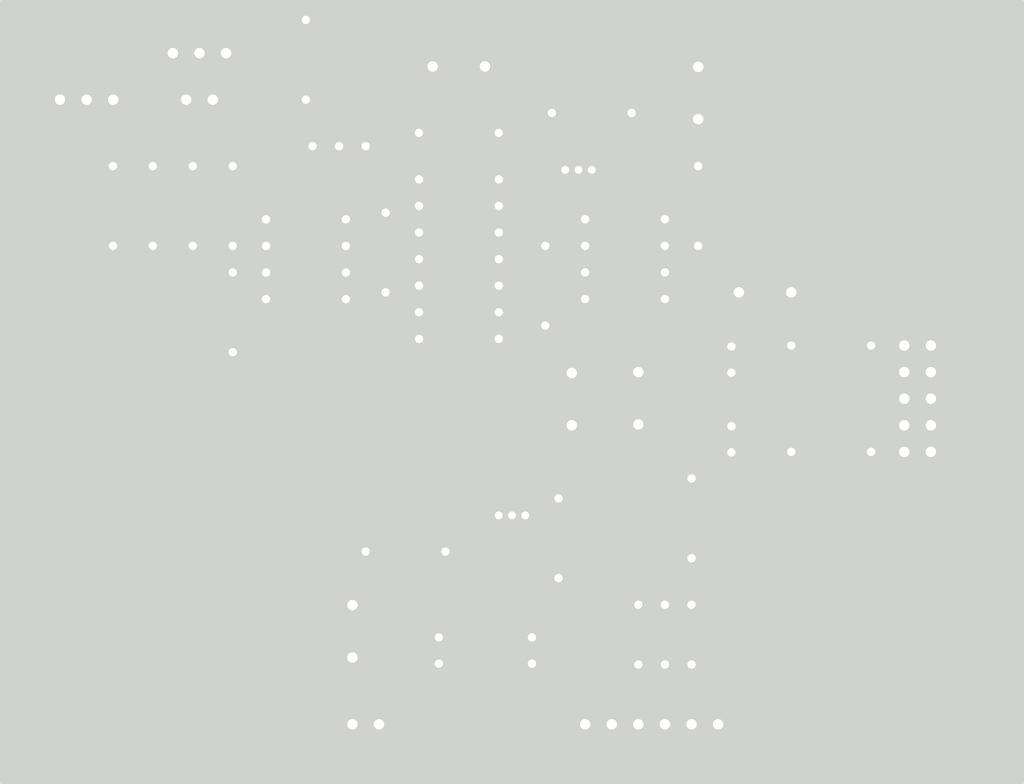
<source format=kicad_pcb>
(kicad_pcb (version 20211014) (generator pcbnew)
  (layers (0 "F.Cu" signal) (31 "B.Cu" signal) (34 "B.Paste" user) (35 "F.Paste" user) (36 "B.SilkS" user "B.Silkscreen") (37 "F.SilkS" user "F.Silkscreen") (38 "B.Mask" user) (39 "F.Mask" user) (44 "Edge.Cuts" user))
  (net 0 "")
  (net 1 "Net-(Q1-Pad1)")
  (net 2 "Net-(Q1-Pad2)")
  (net 3 "/GND")
  (net 4 "Net-(Q2-Pad2)")
  (net 5 "/+12V")
  (net 6 "Net-(C2-Pad1)")
  (net 8 "Net-(C4-Pad2)")
  (net 9 "Net-(C1-Pad2)")
  (net 10 "Net-(R5-Pad1)")
  (net 11 "Net-(C10-Pad1)")
  (net 12 "Net-(R11-Pad1)")
  (net 13 "Net-(R7-Pad1)")
  (net 14 "Net-(R8-Pad1)")
  (net 15 "/-12V")
  (net 16 "Net-(R11-Pad2)")
  (net 17 "Net-(R12-Pad2)")
  (net 18 "Net-(R13-Pad1)")
  (net 19 "Net-(R14-Pad2)")
  (net 20 "Net-(R15-Pad2)")
  (net 21 "Net-(C10-Pad2)")
  (net 25 "Net-(C1-Pad1)")
  (net 26 "Net-(C3-Pad1)")
  (net 27 "Net-(J3-Pad2)")
  (net 28 "Net-(RV1-Pad2)")
  (net 29 "Net-(RV2-Pad2)")
  (net 30 "Net-(R9-Pad2)")
  (net 31 "Net-(R10-Pad2)")
  (net 32 "Net-(SW1-Pad3)")
  (footprint "Connector_PinHeader_2.54mm:PinHeader_1x02_P2.54mm_Vertical" (layer "F.Cu") (at 104.775 143.51 -90)
    (fp_text reference "J2" (at 0 -2.33 90) (layer "F.SilkS"))
    (fp_text value "Sync")
    (pad "1" thru_hole rect (at 0 0 270) (size 1.7 1.7) (drill 1) (layers *.Cu *.Mask) (net 3 "/GND"))
    (pad "2" thru_hole oval (at 0 2.54 270) (size 1.7 1.7) (drill 1) (layers *.Cu *.Mask) (net 25 "Net-(C1-Pad1)"))
  )
  (footprint "Connector_PinHeader_2.54mm:PinHeader_1x02_P2.54mm_Vertical" (layer "F.Cu") (at 86.355 83.82 90)
    (fp_text reference "J3" (at 0 -2.33 90) (layer "F.SilkS"))
    (fp_text value "CV in")
    (pad "1" thru_hole rect (at 0 0 90) (size 1.7 1.7) (drill 1) (layers *.Cu *.Mask) (net 3 "/GND"))
    (pad "2" thru_hole oval (at 0 2.54 90) (size 1.7 1.7) (drill 1) (layers *.Cu *.Mask) (net 27 "Net-(J3-Pad2)"))
  )
  (footprint "Resistor_THT:R_Axial_DIN0207_L6.3mm_D2.5mm_P7.62mm_Horizontal" (layer "F.Cu") (at 121.92 121.92 -90)
    (fp_text reference "R2" (at 3.81 -2.37 90) (layer "F.SilkS"))
    (fp_text value "100k")
    (pad "1" thru_hole circle (at 0 0 270) (size 1.6 1.6) (drill 0.8) (layers *.Cu *.Mask) (net 3 "/GND"))
    (pad "2" thru_hole oval (at 7.62 0 270) (size 1.6 1.6) (drill 0.8) (layers *.Cu *.Mask) (net 2 "Net-(Q1-Pad2)"))
  )
  (footprint "Resistor_THT:R_Axial_DIN0207_L6.3mm_D2.5mm_P7.62mm_Horizontal" (layer "F.Cu") (at 144.145 117.475)
    (fp_text reference "R10" (at 3.81 -2.37) (layer "F.SilkS"))
    (fp_text value "10R")
    (pad "1" thru_hole circle (at 0 0) (size 1.6 1.6) (drill 0.8) (layers *.Cu *.Mask) (net 15 "/-12V"))
    (pad "2" thru_hole oval (at 7.62 0) (size 1.6 1.6) (drill 0.8) (layers *.Cu *.Mask) (net 31 "Net-(R10-Pad2)"))
  )
  (footprint "Connector_PinHeader_2.54mm:PinHeader_1x03_P2.54mm_Vertical" (layer "F.Cu") (at 85.09 79.375 90)
    (fp_text reference "RV4" (at 0 -2.33 90) (layer "F.SilkS"))
    (fp_text value "10k")
    (pad "1" thru_hole rect (at 0 0 90) (size 1.7 1.7) (drill 1) (layers *.Cu *.Mask) (net 3 "/GND"))
    (pad "2" thru_hole oval (at 0 2.54 90) (size 1.7 1.7) (drill 1) (layers *.Cu *.Mask) (net 16 "Net-(R11-Pad2)"))
    (pad "3" thru_hole oval (at 0 5.08 90) (size 1.7 1.7) (drill 1) (layers *.Cu *.Mask) (net 20 "Net-(R15-Pad2)"))
  )
  (footprint "Capacitor_THT:C_Disc_D10.5mm_W5.0mm_P5.00mm" (layer "F.Cu") (at 144.145 102.235 180)
    (fp_text reference "C4" (at 2.5 -3.75) (layer "F.SilkS"))
    (fp_text value "10n")
    (pad "1" thru_hole circle (at 0 0 180) (size 2 2) (drill 1) (layers *.Cu *.Mask) (net 3 "/GND"))
    (pad "2" thru_hole circle (at 5 0 180) (size 2 2) (drill 1) (layers *.Cu *.Mask) (net 8 "Net-(C4-Pad2)"))
  )
  (footprint "Connector_PinHeader_2.54mm:PinHeader_1x03_P2.54mm_Vertical" (layer "F.Cu") (at 74.31 83.82 90)
    (fp_text reference "RV5" (at 0 -2.33 90) (layer "F.SilkS"))
    (fp_text value "47k")
    (pad "1" thru_hole rect (at 0 0 90) (size 1.7 1.7) (drill 1) (layers *.Cu *.Mask) (net 3 "/GND"))
    (pad "2" thru_hole oval (at 0 2.54 90) (size 1.7 1.7) (drill 1) (layers *.Cu *.Mask) (net 19 "Net-(R14-Pad2)"))
    (pad "3" thru_hole oval (at 0 5.08 90) (size 1.7 1.7) (drill 1) (layers *.Cu *.Mask) (net 27 "Net-(J3-Pad2)"))
  )
  (footprint "Resistor_THT:R_Axial_DIN0207_L6.3mm_D2.5mm_P7.62mm_Horizontal" (layer "F.Cu") (at 97.79 83.82 90)
    (fp_text reference "R15" (at 3.81 -2.37 90) (layer "F.SilkS"))
    (fp_text value "12k")
    (pad "1" thru_hole circle (at 0 0 90) (size 1.6 1.6) (drill 0.8) (layers *.Cu *.Mask) (net 5 "/+12V"))
    (pad "2" thru_hole oval (at 7.62 0 90) (size 1.6 1.6) (drill 0.8) (layers *.Cu *.Mask) (net 20 "Net-(R15-Pad2)"))
  )
  (footprint "Capacitor_THT:C_Disc_D10.5mm_W5.0mm_P5.00mm" (layer "F.Cu") (at 135.255 85.685 90)
    (fp_text reference "C2" (at 2.5 -3.75 90) (layer "F.SilkS"))
    (fp_text value "47n")
    (pad "1" thru_hole circle (at 0 0 90) (size 2 2) (drill 1) (layers *.Cu *.Mask) (net 6 "Net-(C2-Pad1)"))
    (pad "2" thru_hole circle (at 5 0 90) (size 2 2) (drill 1) (layers *.Cu *.Mask) (net 3 "/GND"))
  )
  (footprint "Capacitor_THT:CP_Radial_D6.3mm_P2.50mm" (layer "F.Cu") (at 119.38 137.70738 90)
    (fp_text reference "C7" (at 1.25 -4.4 90) (layer "F.SilkS"))
    (fp_text value "10u/35V")
    (pad "1" thru_hole rect (at 0 0 90) (size 1.6 1.6) (drill 0.8) (layers *.Cu *.Mask) (net 32 "Net-(SW1-Pad3)"))
    (pad "2" thru_hole circle (at 2.5 0 90) (size 1.6 1.6) (drill 0.8) (layers *.Cu *.Mask) (net 3 "/GND"))
  )
  (footprint "Package_DIP:DIP-14_W7.62mm" (layer "F.Cu") (at 108.595 91.435)
    (fp_text reference "U1" (at 3.81 -2.33) (layer "F.SilkS"))
    (fp_text value "TL074")
    (pad "1" thru_hole rect (at 0 0) (size 1.6 1.6) (drill 0.8) (layers *.Cu *.Mask) (net 21 "Net-(C10-Pad2)"))
    (pad "2" thru_hole oval (at 0 2.54) (size 1.6 1.6) (drill 0.8) (layers *.Cu *.Mask) (net 11 "Net-(C10-Pad1)"))
    (pad "3" thru_hole oval (at 0 5.08) (size 1.6 1.6) (drill 0.8) (layers *.Cu *.Mask) (net 3 "/GND"))
    (pad "4" thru_hole oval (at 0 7.62) (size 1.6 1.6) (drill 0.8) (layers *.Cu *.Mask) (net 5 "/+12V"))
    (pad "5" thru_hole oval (at 0 10.16) (size 1.6 1.6) (drill 0.8) (layers *.Cu *.Mask) (net 1 "Net-(Q1-Pad1)"))
    (pad "6" thru_hole oval (at 0 12.7) (size 1.6 1.6) (drill 0.8) (layers *.Cu *.Mask) (net 10 "Net-(R5-Pad1)"))
    (pad "7" thru_hole oval (at 0 15.24) (size 1.6 1.6) (drill 0.8) (layers *.Cu *.Mask) (net 10 "Net-(R5-Pad1)"))
    (pad "8" thru_hole oval (at 7.62 15.24) (size 1.6 1.6) (drill 0.8) (layers *.Cu *.Mask))
    (pad "9" thru_hole oval (at 7.62 12.7) (size 1.6 1.6) (drill 0.8) (layers *.Cu *.Mask))
    (pad "10" thru_hole oval (at 7.62 10.16) (size 1.6 1.6) (drill 0.8) (layers *.Cu *.Mask))
    (pad "11" thru_hole oval (at 7.62 7.62) (size 1.6 1.6) (drill 0.8) (layers *.Cu *.Mask) (net 15 "/-12V"))
    (pad "12" thru_hole oval (at 7.62 5.08) (size 1.6 1.6) (drill 0.8) (layers *.Cu *.Mask))
    (pad "13" thru_hole oval (at 7.62 2.54) (size 1.6 1.6) (drill 0.8) (layers *.Cu *.Mask))
    (pad "14" thru_hole oval (at 7.62 0) (size 1.6 1.6) (drill 0.8) (layers *.Cu *.Mask))
  )
  (footprint "Package_TO_SOT_THT:TO-92_Inline" (layer "F.Cu") (at 122.555 90.53)
    (fp_text reference "Q2" (at 1.27 -3.56) (layer "F.SilkS"))
    (fp_text value "BC557B")
    (pad "1" thru_hole rect (at 0 0) (size 1.05 1.5) (drill 0.75) (layers *.Cu *.Mask) (net 1 "Net-(Q1-Pad1)"))
    (pad "2" thru_hole oval (at 1.27 0) (size 1.05 1.5) (drill 0.75) (layers *.Cu *.Mask) (net 4 "Net-(Q2-Pad2)"))
    (pad "3" thru_hole oval (at 2.54 0) (size 1.05 1.5) (drill 0.75) (layers *.Cu *.Mask) (net 5 "/+12V"))
  )
  (footprint "Resistor_THT:R_Axial_DIN0207_L6.3mm_D2.5mm_P7.62mm_Horizontal" (layer "F.Cu") (at 135.255 97.79 90)
    (fp_text reference "R3" (at 3.81 -2.37 90) (layer "F.SilkS"))
    (fp_text value "1k")
    (pad "1" thru_hole circle (at 0 0 90) (size 1.6 1.6) (drill 0.8) (layers *.Cu *.Mask) (net 1 "Net-(Q1-Pad1)"))
    (pad "2" thru_hole oval (at 7.62 0 90) (size 1.6 1.6) (drill 0.8) (layers *.Cu *.Mask) (net 6 "Net-(C2-Pad1)"))
  )
  (footprint "Capacitor_THT:CP_Radial_D6.3mm_P2.50mm" (layer "F.Cu") (at 138.43 115.022621 -90)
    (fp_text reference "C9" (at 1.25 -4.4 90) (layer "F.SilkS"))
    (fp_text value "22u")
    (pad "1" thru_hole rect (at 0 0 270) (size 1.6 1.6) (drill 0.8) (layers *.Cu *.Mask) (net 3 "/GND"))
    (pad "2" thru_hole circle (at 2.5 0 270) (size 1.6 1.6) (drill 0.8) (layers *.Cu *.Mask) (net 15 "/-12V"))
  )
  (footprint "Resistor_THT:R_Axial_DIN0207_L6.3mm_D2.5mm_P7.62mm_Horizontal" (layer "F.Cu") (at 90.805 90.17 -90)
    (fp_text reference "R13" (at 3.81 -2.37 90) (layer "F.SilkS"))
    (fp_text value "100k")
    (pad "1" thru_hole circle (at 0 0 270) (size 1.6 1.6) (drill 0.8) (layers *.Cu *.Mask) (net 18 "Net-(R13-Pad1)"))
    (pad "2" thru_hole oval (at 7.62 0 270) (size 1.6 1.6) (drill 0.8) (layers *.Cu *.Mask) (net 12 "Net-(R11-Pad1)"))
  )
  (footprint "Connector_PinHeader_2.54mm:PinHeader_2x05_P2.54mm_Vertical" (layer "F.Cu") (at 154.935 107.315)
    (fp_text reference "J1" (at 1.27 -2.33) (layer "F.SilkS"))
    (fp_text value "Conn_02x05_Top_Bottom")
    (pad "1" thru_hole rect (at 0 0) (size 1.7 1.7) (drill 1) (layers *.Cu *.Mask) (net 30 "Net-(R9-Pad2)"))
    (pad "2" thru_hole oval (at 2.54 0) (size 1.7 1.7) (drill 1) (layers *.Cu *.Mask) (net 30 "Net-(R9-Pad2)"))
    (pad "3" thru_hole oval (at 0 2.54) (size 1.7 1.7) (drill 1) (layers *.Cu *.Mask) (net 3 "/GND"))
    (pad "4" thru_hole oval (at 2.54 2.54) (size 1.7 1.7) (drill 1) (layers *.Cu *.Mask) (net 3 "/GND"))
    (pad "5" thru_hole oval (at 0 5.08) (size 1.7 1.7) (drill 1) (layers *.Cu *.Mask) (net 3 "/GND"))
    (pad "6" thru_hole oval (at 2.54 5.08) (size 1.7 1.7) (drill 1) (layers *.Cu *.Mask) (net 3 "/GND"))
    (pad "7" thru_hole oval (at 0 7.62) (size 1.7 1.7) (drill 1) (layers *.Cu *.Mask) (net 3 "/GND"))
    (pad "8" thru_hole oval (at 2.54 7.62) (size 1.7 1.7) (drill 1) (layers *.Cu *.Mask) (net 3 "/GND"))
    (pad "9" thru_hole oval (at 0 10.16) (size 1.7 1.7) (drill 1) (layers *.Cu *.Mask) (net 31 "Net-(R10-Pad2)"))
    (pad "10" thru_hole oval (at 2.54 10.16) (size 1.7 1.7) (drill 1) (layers *.Cu *.Mask) (net 31 "Net-(R10-Pad2)"))
  )
  (footprint "Resistor_THT:R_Axial_DIN0207_L6.3mm_D2.5mm_P7.62mm_Horizontal" (layer "F.Cu") (at 105.41 102.235 90)
    (fp_text reference "R5" (at 3.81 -2.37 90) (layer "F.SilkS"))
    (fp_text value "100k")
    (pad "1" thru_hole circle (at 0 0 90) (size 1.6 1.6) (drill 0.8) (layers *.Cu *.Mask) (net 10 "Net-(R5-Pad1)"))
    (pad "2" thru_hole oval (at 7.62 0 90) (size 1.6 1.6) (drill 0.8) (layers *.Cu *.Mask) (net 11 "Net-(C10-Pad1)"))
  )
  (footprint "Resistor_THT:R_Axial_DIN0207_L6.3mm_D2.5mm_P7.62mm_Horizontal" (layer "F.Cu") (at 86.995 90.17 -90)
    (fp_text reference "R6" (at 3.81 -2.37 90) (layer "F.SilkS"))
    (fp_text value "100k")
    (pad "1" thru_hole circle (at 0 0 270) (size 1.6 1.6) (drill 0.8) (layers *.Cu *.Mask) (net 4 "Net-(Q2-Pad2)"))
    (pad "2" thru_hole oval (at 7.62 0 270) (size 1.6 1.6) (drill 0.8) (layers *.Cu *.Mask) (net 12 "Net-(R11-Pad1)"))
  )
  (footprint "Resistor_THT:R_Axial_DIN0207_L6.3mm_D2.5mm_P7.62mm_Horizontal" (layer "F.Cu") (at 79.375 97.79 90)
    (fp_text reference "R14" (at 3.81 -2.37 90) (layer "F.SilkS"))
    (fp_text value "100k")
    (pad "1" thru_hole circle (at 0 0 90) (size 1.6 1.6) (drill 0.8) (layers *.Cu *.Mask) (net 12 "Net-(R11-Pad1)"))
    (pad "2" thru_hole oval (at 7.62 0 90) (size 1.6 1.6) (drill 0.8) (layers *.Cu *.Mask) (net 19 "Net-(R14-Pad2)"))
  )
  (footprint "Potentiometer_THT:Potentiometer_Bourns_3386C_Horizontal" (layer "F.Cu") (at 129.54 137.795 90)
    (fp_text reference "RV2" (at 0 -3.475 90) (layer "F.SilkS"))
    (fp_text value "10k")
    (pad "1" thru_hole circle (at 0 0 90) (size 1.44 1.44) (drill 0.8) (layers *.Cu *.Mask) (net 3 "/GND"))
    (pad "2" thru_hole circle (at 0 2.54 90) (size 1.44 1.44) (drill 0.8) (layers *.Cu *.Mask) (net 29 "Net-(RV2-Pad2)"))
    (pad "3" thru_hole circle (at 0 5.08 90) (size 1.44 1.44) (drill 0.8) (layers *.Cu *.Mask) (net 14 "Net-(R8-Pad1)"))
  )
  (footprint "Resistor_THT:R_Axial_DIN0207_L6.3mm_D2.5mm_P7.62mm_Horizontal" (layer "F.Cu") (at 83.185 97.79 90)
    (fp_text reference "R11" (at 3.81 -2.37 90) (layer "F.SilkS"))
    (fp_text value "100k")
    (pad "1" thru_hole circle (at 0 0 90) (size 1.6 1.6) (drill 0.8) (layers *.Cu *.Mask) (net 12 "Net-(R11-Pad1)"))
    (pad "2" thru_hole oval (at 7.62 0 90) (size 1.6 1.6) (drill 0.8) (layers *.Cu *.Mask) (net 16 "Net-(R11-Pad2)"))
  )
  (footprint "Resistor_THT:R_Axial_DIN0207_L6.3mm_D2.5mm_P7.62mm_Horizontal" (layer "F.Cu") (at 134.62 127.635 90)
    (fp_text reference "R8" (at 3.81 -2.37 90) (layer "F.SilkS"))
    (fp_text value "2.7k")
    (pad "1" thru_hole circle (at 0 0 90) (size 1.6 1.6) (drill 0.8) (layers *.Cu *.Mask) (net 14 "Net-(R8-Pad1)"))
    (pad "2" thru_hole oval (at 7.62 0 90) (size 1.6 1.6) (drill 0.8) (layers *.Cu *.Mask) (net 15 "/-12V"))
  )
  (footprint "Resistor_THT:R_Axial_DIN0207_L6.3mm_D2.5mm_P7.62mm_Horizontal" (layer "F.Cu") (at 116.205 86.995 180)
    (fp_text reference "R16" (at 3.81 -2.37) (layer "F.SilkS"))
    (fp_text value "200k 1%")
    (pad "1" thru_hole circle (at 0 0 180) (size 1.6 1.6) (drill 0.8) (layers *.Cu *.Mask) (net 11 "Net-(C10-Pad1)"))
    (pad "2" thru_hole oval (at 7.62 0 180) (size 1.6 1.6) (drill 0.8) (layers *.Cu *.Mask) (net 21 "Net-(C10-Pad2)"))
  )
  (footprint "Capacitor_THT:CP_Radial_D6.3mm_P2.50mm" (layer "F.Cu") (at 110.49 137.70738 90)
    (fp_text reference "C3" (at 1.25 -4.4 90) (layer "F.SilkS"))
    (fp_text value "1u")
    (pad "1" thru_hole rect (at 0 0 90) (size 1.6 1.6) (drill 0.8) (layers *.Cu *.Mask) (net 26 "Net-(C3-Pad1)"))
    (pad "2" thru_hole circle (at 2.5 0 90) (size 1.6 1.6) (drill 0.8) (layers *.Cu *.Mask) (net 3 "/GND"))
  )
  (footprint "Potentiometer_THT:Potentiometer_Bourns_3386C_Horizontal" (layer "F.Cu") (at 129.54 132.08 90)
    (fp_text reference "RV1" (at 0 -3.475 90) (layer "F.SilkS"))
    (fp_text value "10k")
    (pad "1" thru_hole circle (at 0 0 90) (size 1.44 1.44) (drill 0.8) (layers *.Cu *.Mask) (net 3 "/GND"))
    (pad "2" thru_hole circle (at 0 2.54 90) (size 1.44 1.44) (drill 0.8) (layers *.Cu *.Mask) (net 28 "Net-(RV1-Pad2)"))
    (pad "3" thru_hole circle (at 0 5.08 90) (size 1.44 1.44) (drill 0.8) (layers *.Cu *.Mask) (net 14 "Net-(R8-Pad1)"))
  )
  (footprint "Resistor_THT:R_Axial_DIN0207_L6.3mm_D2.5mm_P7.62mm_Horizontal" (layer "F.Cu") (at 144.145 107.315)
    (fp_text reference "R9" (at 3.81 -2.37) (layer "F.SilkS"))
    (fp_text value "10R")
    (pad "1" thru_hole circle (at 0 0) (size 1.6 1.6) (drill 0.8) (layers *.Cu *.Mask) (net 5 "/+12V"))
    (pad "2" thru_hole oval (at 7.62 0) (size 1.6 1.6) (drill 0.8) (layers *.Cu *.Mask) (net 30 "Net-(R9-Pad2)"))
  )
  (footprint "Resistor_THT:R_Axial_DIN0207_L6.3mm_D2.5mm_P7.62mm_Horizontal" (layer "F.Cu") (at 128.905 85.09 180)
    (fp_text reference "R4" (at 3.81 -2.37) (layer "F.SilkS"))
    (fp_text value "820")
    (pad "1" thru_hole circle (at 0 0 180) (size 1.6 1.6) (drill 0.8) (layers *.Cu *.Mask) (net 5 "/+12V"))
    (pad "2" thru_hole oval (at 7.62 0 180) (size 1.6 1.6) (drill 0.8) (layers *.Cu *.Mask) (net 4 "Net-(Q2-Pad2)"))
  )
  (footprint "Resistor_THT:R_Axial_DIN0207_L6.3mm_D2.5mm_P7.62mm_Horizontal" (layer "F.Cu") (at 90.805 100.33 -90)
    (fp_text reference "R7" (at 3.81 -2.37 90) (layer "F.SilkS"))
    (fp_text value "8.2k")
    (pad "1" thru_hole circle (at 0 0 270) (size 1.6 1.6) (drill 0.8) (layers *.Cu *.Mask) (net 13 "Net-(R7-Pad1)"))
    (pad "2" thru_hole oval (at 7.62 0 270) (size 1.6 1.6) (drill 0.8) (layers *.Cu *.Mask) (net 3 "/GND"))
  )
  (footprint "Capacitor_THT:C_Disc_D10.5mm_W5.0mm_P5.00mm" (layer "F.Cu") (at 129.54 109.855 -90)
    (fp_text reference "C5" (at 2.5 -3.75 90) (layer "F.SilkS"))
    (fp_text value "100n")
    (pad "1" thru_hole circle (at 0 0 270) (size 2 2) (drill 1) (layers *.Cu *.Mask) (net 5 "/+12V"))
    (pad "2" thru_hole circle (at 5 0 270) (size 2 2) (drill 1) (layers *.Cu *.Mask) (net 3 "/GND"))
  )
  (footprint "Connector_PinHeader_2.54mm:PinHeader_1x06_P2.54mm_Vertical" (layer "F.Cu") (at 124.46 143.51 90)
    (fp_text reference "SW1" (at 0 -2.33 90) (layer "F.SilkS"))
    (fp_text value "SW_Push_DPDT")
    (pad "1" thru_hole rect (at 0 0 90) (size 1.7 1.7) (drill 1) (layers *.Cu *.Mask) (net 26 "Net-(C3-Pad1)"))
    (pad "2" thru_hole oval (at 0 2.54 90) (size 1.7 1.7) (drill 1) (layers *.Cu *.Mask) (net 1 "Net-(Q1-Pad1)"))
    (pad "3" thru_hole oval (at 0 5.08 90) (size 1.7 1.7) (drill 1) (layers *.Cu *.Mask) (net 32 "Net-(SW1-Pad3)"))
    (pad "4" thru_hole oval (at 0 7.62 90) (size 1.7 1.7) (drill 1) (layers *.Cu *.Mask) (net 28 "Net-(RV1-Pad2)"))
    (pad "5" thru_hole oval (at 0 10.16 90) (size 1.7 1.7) (drill 1) (layers *.Cu *.Mask) (net 17 "Net-(R12-Pad2)"))
    (pad "6" thru_hole oval (at 0 12.7 90) (size 1.7 1.7) (drill 1) (layers *.Cu *.Mask) (net 29 "Net-(RV2-Pad2)"))
  )
  (footprint "Package_DIP:DIP-8_W7.62mm" (layer "F.Cu") (at 124.46 95.25)
    (fp_text reference "U2" (at 3.81 -2.33) (layer "F.SilkS"))
    (fp_text value "ICM7555xP")
    (pad "1" thru_hole rect (at 0 0) (size 1.6 1.6) (drill 0.8) (layers *.Cu *.Mask) (net 3 "/GND"))
    (pad "2" thru_hole oval (at 0 2.54) (size 1.6 1.6) (drill 0.8) (layers *.Cu *.Mask) (net 6 "Net-(C2-Pad1)"))
    (pad "3" thru_hole oval (at 0 5.08) (size 1.6 1.6) (drill 0.8) (layers *.Cu *.Mask))
    (pad "4" thru_hole oval (at 0 7.62) (size 1.6 1.6) (drill 0.8) (layers *.Cu *.Mask) (net 5 "/+12V"))
    (pad "5" thru_hole oval (at 7.62 7.62) (size 1.6 1.6) (drill 0.8) (layers *.Cu *.Mask) (net 8 "Net-(C4-Pad2)"))
    (pad "6" thru_hole oval (at 7.62 5.08) (size 1.6 1.6) (drill 0.8) (layers *.Cu *.Mask) (net 1 "Net-(Q1-Pad1)"))
    (pad "7" thru_hole oval (at 7.62 2.54) (size 1.6 1.6) (drill 0.8) (layers *.Cu *.Mask) (net 1 "Net-(Q1-Pad1)"))
    (pad "8" thru_hole oval (at 7.62 0) (size 1.6 1.6) (drill 0.8) (layers *.Cu *.Mask) (net 5 "/+12V"))
  )
  (footprint "Resistor_THT:R_Axial_DIN0207_L6.3mm_D2.5mm_P7.62mm_Horizontal" (layer "F.Cu") (at 120.65 97.79 -90)
    (fp_text reference "R12" (at 3.81 -2.37 90) (layer "F.SilkS"))
    (fp_text value "100k")
    (pad "1" thru_hole circle (at 0 0 270) (size 1.6 1.6) (drill 0.8) (layers *.Cu *.Mask) (net 11 "Net-(C10-Pad1)"))
    (pad "2" thru_hole oval (at 7.62 0 270) (size 1.6 1.6) (drill 0.8) (layers *.Cu *.Mask) (net 17 "Net-(R12-Pad2)"))
  )
  (footprint "Potentiometer_THT:Potentiometer_Bourns_3386C_Horizontal" (layer "F.Cu") (at 98.425 88.265 90)
    (fp_text reference "RV3" (at 0 -3.475 90) (layer "F.SilkS"))
    (fp_text value "47k")
    (pad "1" thru_hole circle (at 0 0 90) (size 1.44 1.44) (drill 0.8) (layers *.Cu *.Mask) (net 5 "/+12V"))
    (pad "2" thru_hole circle (at 0 2.54 90) (size 1.44 1.44) (drill 0.8) (layers *.Cu *.Mask) (net 18 "Net-(R13-Pad1)"))
    (pad "3" thru_hole circle (at 0 5.08 90) (size 1.44 1.44) (drill 0.8) (layers *.Cu *.Mask) (net 3 "/GND"))
  )
  (footprint "Capacitor_THT:C_Disc_D10.5mm_W5.0mm_P5.00mm" (layer "F.Cu") (at 114.895 80.645 180)
    (fp_text reference "C10" (at 2.5 -3.75) (layer "F.SilkS"))
    (fp_text value "120p")
    (pad "1" thru_hole circle (at 0 0 180) (size 2 2) (drill 1) (layers *.Cu *.Mask) (net 11 "Net-(C10-Pad1)"))
    (pad "2" thru_hole circle (at 5 0 180) (size 2 2) (drill 1) (layers *.Cu *.Mask) (net 21 "Net-(C10-Pad2)"))
  )
  (footprint "Package_TO_SOT_THT:TO-92_Inline" (layer "F.Cu") (at 116.205 123.55)
    (fp_text reference "Q1" (at 1.27 -3.56) (layer "F.SilkS"))
    (fp_text value "BS170")
    (pad "1" thru_hole rect (at 0 0) (size 1.05 1.5) (drill 0.75) (layers *.Cu *.Mask) (net 1 "Net-(Q1-Pad1)"))
    (pad "2" thru_hole oval (at 1.27 0) (size 1.05 1.5) (drill 0.75) (layers *.Cu *.Mask) (net 2 "Net-(Q1-Pad2)"))
    (pad "3" thru_hole oval (at 2.54 0) (size 1.05 1.5) (drill 0.75) (layers *.Cu *.Mask) (net 3 "/GND"))
  )
  (footprint "Package_DIP:DIP-8_W7.62mm" (layer "F.Cu") (at 93.99 95.26)
    (fp_text reference "U3" (at 3.81 -2.33) (layer "F.SilkS"))
    (fp_text value "LM741")
    (pad "1" thru_hole rect (at 0 0) (size 1.6 1.6) (drill 0.8) (layers *.Cu *.Mask))
    (pad "2" thru_hole oval (at 0 2.54) (size 1.6 1.6) (drill 0.8) (layers *.Cu *.Mask) (net 12 "Net-(R11-Pad1)"))
    (pad "3" thru_hole oval (at 0 5.08) (size 1.6 1.6) (drill 0.8) (layers *.Cu *.Mask) (net 13 "Net-(R7-Pad1)"))
    (pad "4" thru_hole oval (at 0 7.62) (size 1.6 1.6) (drill 0.8) (layers *.Cu *.Mask) (net 15 "/-12V"))
    (pad "5" thru_hole oval (at 7.62 7.62) (size 1.6 1.6) (drill 0.8) (layers *.Cu *.Mask))
    (pad "6" thru_hole oval (at 7.62 5.08) (size 1.6 1.6) (drill 0.8) (layers *.Cu *.Mask) (net 4 "Net-(Q2-Pad2)"))
    (pad "7" thru_hole oval (at 7.62 2.54) (size 1.6 1.6) (drill 0.8) (layers *.Cu *.Mask) (net 5 "/+12V"))
    (pad "8" thru_hole oval (at 7.62 0) (size 1.6 1.6) (drill 0.8) (layers *.Cu *.Mask))
  )
  (footprint "Capacitor_THT:C_Disc_D10.5mm_W5.0mm_P5.00mm" (layer "F.Cu") (at 123.19 114.935 90)
    (fp_text reference "C6" (at 2.5 -3.75 90) (layer "F.SilkS"))
    (fp_text value "100n")
    (pad "1" thru_hole circle (at 0 0 90) (size 2 2) (drill 1) (layers *.Cu *.Mask) (net 15 "/-12V"))
    (pad "2" thru_hole circle (at 5 0 90) (size 2 2) (drill 1) (layers *.Cu *.Mask) (net 5 "/+12V"))
  )
  (footprint "Resistor_THT:R_Axial_DIN0207_L6.3mm_D2.5mm_P7.62mm_Horizontal" (layer "F.Cu") (at 103.505 127)
    (fp_text reference "R1" (at 3.81 -2.37) (layer "F.SilkS"))
    (fp_text value "10k")
    (pad "1" thru_hole circle (at 0 0) (size 1.6 1.6) (drill 0.8) (layers *.Cu *.Mask) (net 9 "Net-(C1-Pad2)"))
    (pad "2" thru_hole oval (at 7.62 0) (size 1.6 1.6) (drill 0.8) (layers *.Cu *.Mask) (net 2 "Net-(Q1-Pad2)"))
  )
  (footprint "Capacitor_THT:C_Disc_D10.5mm_W5.0mm_P5.00mm" (layer "F.Cu") (at 102.235 137.12 90)
    (fp_text reference "C1" (at 2.5 -3.75 90) (layer "F.SilkS"))
    (fp_text value "10n")
    (pad "1" thru_hole circle (at 0 0 90) (size 2 2) (drill 1) (layers *.Cu *.Mask) (net 25 "Net-(C1-Pad1)"))
    (pad "2" thru_hole circle (at 5 0 90) (size 2 2) (drill 1) (layers *.Cu *.Mask) (net 9 "Net-(C1-Pad2)"))
  )
  (footprint "Capacitor_THT:CP_Radial_D6.3mm_P2.50mm" (layer "F.Cu") (at 138.43 107.40262 -90)
    (fp_text reference "C8" (at 1.25 -4.4 90) (layer "F.SilkS"))
    (fp_text value "22u")
    (pad "1" thru_hole rect (at 0 0 270) (size 1.6 1.6) (drill 0.8) (layers *.Cu *.Mask) (net 5 "/+12V"))
    (pad "2" thru_hole circle (at 2.5 0 270) (size 1.6 1.6) (drill 0.8) (layers *.Cu *.Mask) (net 3 "/GND"))
  )
  (segment (start 90.17 86.36) (end 99.695 76.835) (width 0.25) (layer "F.Cu") (net 1))
  (segment (start 138.43 85.725) (end 138.43 90.805) (width 0.25) (layer "F.Cu") (net 1))
  (segment (start 125.825 142.335) (end 121.759018 142.335) (width 0.25) (layer "F.Cu") (net 1))
  (segment (start 105.856399 104.333601) (end 100.523601 104.333601) (width 0.25) (layer "F.Cu") (net 1))
  (segment (start 78.105 93.659009) (end 85.404009 86.36) (width 0.25) (layer "F.Cu") (net 1))
  (segment (start 104.944999 100.795001) (end 102.87 102.87) (width 0.25) (layer "F.Cu") (net 1))
  (segment (start 132.08 97.79) (end 132.08 100.33) (width 0.25) (layer "F.Cu") (net 1))
  (segment (start 138.43 90.805) (end 135.255 93.98) (width 0.25) (layer "F.Cu") (net 1))
  (segment (start 99.695 76.835) (end 124.46 76.835) (width 0.25) (layer "F.Cu") (net 1))
  (segment (start 101.74739 104.333601) (end 100.523601 104.333601) (width 0.25) (layer "F.Cu") (net 1))
  (segment (start 122.555 78.74) (end 124.46 76.835) (width 0.25) (layer "F.Cu") (net 1))
  (segment (start 136.525 83.82) (end 138.43 85.725) (width 0.25) (layer "F.Cu") (net 1))
  (segment (start 106.0475 126.623482) (end 106.0475 123.1875) (width 0.25) (layer "F.Cu") (net 1))
  (segment (start 84.32761 104.333601) (end 78.105 98.110991) (width 0.25) (layer "F.Cu") (net 1))
  (segment (start 100.523601 104.333601) (end 84.32761 104.333601) (width 0.25) (layer "F.Cu") (net 1))
  (segment (start 108.595 101.595) (end 107.795001 100.795001) (width 0.25) (layer "F.Cu") (net 1))
  (segment (start 102.87 103.210991) (end 101.74739 104.333601) (width 0.25) (layer "F.Cu") (net 1))
  (segment (start 124.46 76.835) (end 131.445 83.82) (width 0.25) (layer "F.Cu") (net 1))
  (segment (start 109.120982 123.55) (end 106.41 123.55) (width 0.25) (layer "F.Cu") (net 1))
  (segment (start 116.205 123.55) (end 109.120982 123.55) (width 0.25) (layer "F.Cu") (net 1))
  (segment (start 121.759018 142.335) (end 106.0475 126.623482) (width 0.25) (layer "F.Cu") (net 1))
  (segment (start 107.795001 100.795001) (end 104.944999 100.795001) (width 0.25) (layer "F.Cu") (net 1))
  (segment (start 85.404009 86.36) (end 90.17 86.36) (width 0.25) (layer "F.Cu") (net 1))
  (segment (start 106.0475 123.1875) (end 106.0475 104.524702) (width 0.25) (layer "F.Cu") (net 1))
  (segment (start 132.08 97.79) (end 135.255 97.79) (width 0.25) (layer "F.Cu") (net 1))
  (segment (start 78.105 98.110991) (end 78.105 93.659009) (width 0.25) (layer "F.Cu") (net 1))
  (segment (start 135.255 93.98) (end 135.255 97.79) (width 0.25) (layer "F.Cu") (net 1))
  (segment (start 106.0475 104.524702) (end 105.856399 104.333601) (width 0.25) (layer "F.Cu") (net 1))
  (segment (start 106.41 123.55) (end 106.0475 123.1875) (width 0.25) (layer "F.Cu") (net 1))
  (segment (start 131.445 83.82) (end 136.525 83.82) (width 0.25) (layer "F.Cu") (net 1))
  (segment (start 127 143.51) (end 125.825 142.335) (width 0.25) (layer "F.Cu") (net 1))
  (segment (start 102.87 102.87) (end 102.87 103.210991) (width 0.25) (layer "F.Cu") (net 1))
  (segment (start 122.555 90.53) (end 122.555 78.74) (width 0.25) (layer "F.Cu") (net 1))
  (segment (start 114.935 127) (end 117.475 129.54) (width 0.25) (layer "F.Cu") (net 2))
  (segment (start 117.475 124.46) (end 114.935 127) (width 0.25) (layer "F.Cu") (net 2))
  (segment (start 114.935 127) (end 111.125 127) (width 0.25) (layer "F.Cu") (net 2))
  (segment (start 117.475 129.54) (end 121.92 129.54) (width 0.25) (layer "F.Cu") (net 2))
  (segment (start 117.475 123.55) (end 117.475 124.46) (width 0.25) (layer "F.Cu") (net 2))
  (segment (start 157.475 112.395) (end 154.935 112.395) (width 0.25) (layer "F.Cu") (net 3))
  (segment (start 138.43 115.022621) (end 138.43 112.395) (width 0.25) (layer "F.Cu") (net 3))
  (segment (start 154.935 114.935) (end 154.935 112.395) (width 0.25) (layer "F.Cu") (net 3))
  (segment (start 138.43 112.395) (end 138.43 109.90262) (width 0.25) (layer "F.Cu") (net 3))
  (segment (start 154.935 112.395) (end 138.43 112.395) (width 0.25) (layer "F.Cu") (net 3))
  (segment (start 157.475 114.935) (end 157.475 112.395) (width 0.25) (layer "F.Cu") (net 3))
  (segment (start 157.475 109.855) (end 157.475 112.395) (width 0.25) (layer "F.Cu") (net 3))
  (segment (start 154.935 109.855) (end 154.935 112.395) (width 0.25) (layer "F.Cu") (net 3))
  (segment (start 123.825 91.185) (end 122.935 92.075) (width 0.25) (layer "F.Cu") (net 4))
  (segment (start 121.285 91.44) (end 121.285 85.09) (width 0.25) (layer "F.Cu") (net 4))
  (segment (start 122.935 92.075) (end 121.92 92.075) (width 0.25) (layer "F.Cu") (net 4))
  (segment (start 98.48 79.32) (end 90.17 87.63) (width 0.25) (layer "F.Cu") (net 4))
  (segment (start 90.17 87.63) (end 89.535 87.63) (width 0.25) (layer "F.Cu") (net 4))
  (segment (start 101.61 100.34) (end 92.893601 91.623601) (width 0.25) (layer "F.Cu") (net 4))
  (segment (start 121.92 92.075) (end 121.285 91.44) (width 0.25) (layer "F.Cu") (net 4))
  (segment (start 123.825 90.53) (end 123.825 91.185) (width 0.25) (layer "F.Cu") (net 4))
  (segment (start 115.515 79.32) (end 98.48 79.32) (width 0.25) (layer "F.Cu") (net 4))
  (segment (start 88.448601 91.623601) (end 86.995 90.17) (width 0.25) (layer "F.Cu") (net 4))
  (segment (start 89.535 87.63) (end 86.995 90.17) (width 0.25) (layer "F.Cu") (net 4))
  (segment (start 92.893601 91.623601) (end 88.448601 91.623601) (width 0.25) (layer "F.Cu") (net 4))
  (segment (start 121.285 85.09) (end 115.515 79.32) (width 0.25) (layer "F.Cu") (net 4))
  (segment (start 125.095 90.53) (end 125.095 88.9) (width 0.25) (layer "F.Cu") (net 5))
  (segment (start 98.92137 83.82) (end 102.235 87.13363) (width 0.25) (layer "F.Cu") (net 5))
  (segment (start 125.095 90.53) (end 125.095 90.755) (width 0.25) (layer "F.Cu") (net 5))
  (segment (start 98.425 94.615) (end 101.61 97.8) (width 0.25) (layer "F.Cu") (net 5))
  (segment (start 107.34 97.8) (end 108.595 99.055) (width 0.25) (layer "F.Cu") (net 5))
  (segment (start 123.19 109.935) (end 123.19 104.14) (width 0.25) (layer "F.Cu") (net 5))
  (segment (start 98.425 88.265) (end 98.425 94.615) (width 0.25) (layer "F.Cu") (net 5))
  (segment (start 138.51762 107.315) (end 138.43 107.40262) (width 0.25) (layer "F.Cu") (net 5))
  (segment (start 121.92 102.87) (end 124.46 102.87) (width 0.25) (layer "F.Cu") (net 5))
  (segment (start 97.79 83.82) (end 98.92137 83.82) (width 0.25) (layer "F.Cu") (net 5))
  (segment (start 121.92 102.87) (end 126.45262 107.40262) (width 0.25) (layer "F.Cu") (net 5))
  (segment (start 102.235 90.805) (end 98.425 94.615) (width 0.25) (layer "F.Cu") (net 5))
  (segment (start 125.095 90.755) (end 121.92 93.93) (width 0.25) (layer "F.Cu") (net 5))
  (segment (start 108.595 99.055) (end 109.86 97.79) (width 0.25) (layer "F.Cu") (net 5))
  (segment (start 127.08762 107.40262) (end 126.45262 107.40262) (width 0.25) (layer "F.Cu") (net 5))
  (segment (start 134.364018 107.40262) (end 138.43 107.40262) (width 0.25) (layer "F.Cu") (net 5))
  (segment (start 125.095 88.9) (end 128.905 85.09) (width 0.25) (layer "F.Cu") (net 5))
  (segment (start 121.92 93.93) (end 121.92 102.87) (width 0.25) (layer "F.Cu") (net 5))
  (segment (start 116.84 97.79) (end 121.92 102.87) (width 0.25) (layer "F.Cu") (net 5))
  (segment (start 109.86 97.79) (end 116.84 97.79) (width 0.25) (layer "F.Cu") (net 5))
  (segment (start 102.235 87.13363) (end 102.235 90.805) (width 0.25) (layer "F.Cu") (net 5))
  (segment (start 123.19 104.14) (end 121.92 102.87) (width 0.25) (layer "F.Cu") (net 5))
  (segment (start 101.61 97.8) (end 107.34 97.8) (width 0.25) (layer "F.Cu") (net 5))
  (segment (start 126.45262 107.40262) (end 134.364018 107.40262) (width 0.25) (layer "F.Cu") (net 5))
  (segment (start 144.145 107.315) (end 138.51762 107.315) (width 0.25) (layer "F.Cu") (net 5))
  (segment (start 129.54 109.855) (end 127.08762 107.40262) (width 0.25) (layer "F.Cu") (net 5))
  (segment (start 132.08 95.25) (end 124.46 102.87) (width 0.25) (layer "F.Cu") (net 5))
  (segment (start 132.08 90.17) (end 124.46 97.79) (width 0.25) (layer "F.Cu") (net 6))
  (segment (start 135.255 85.685) (end 135.255 90.17) (width 0.25) (layer "F.Cu") (net 6))
  (segment (start 135.255 90.17) (end 132.08 90.17) (width 0.25) (layer "F.Cu") (net 6))
  (segment (start 132.08 102.87) (end 138.51 102.87) (width 0.25) (layer "F.Cu") (net 8))
  (segment (start 138.51 102.87) (end 139.145 102.235) (width 0.25) (layer "F.Cu") (net 8))
  (segment (start 102.235 128.27) (end 103.505 127) (width 0.25) (layer "F.Cu") (net 9))
  (segment (start 102.235 132.12) (end 102.235 128.27) (width 0.25) (layer "F.Cu") (net 9))
  (segment (start 108.595 104.135) (end 107.31 104.135) (width 0.25) (layer "F.Cu") (net 10))
  (segment (start 108.595 104.135) (end 108.595 106.675) (width 0.25) (layer "F.Cu") (net 10))
  (segment (start 107.31 104.135) (end 105.41 102.235) (width 0.25) (layer "F.Cu") (net 10))
  (segment (start 109.225 93.975) (end 108.595 93.975) (width 0.25) (layer "F.Cu") (net 11))
  (segment (start 107.955 94.615) (end 108.595 93.975) (width 0.25) (layer "F.Cu") (net 11))
  (segment (start 116.205 86.995) (end 116.205 81.955) (width 0.25) (layer "F.Cu") (net 11))
  (segment (start 105.41 94.615) (end 107.955 94.615) (width 0.25) (layer "F.Cu") (net 11))
  (segment (start 116.205 86.995) (end 109.225 93.975) (width 0.25) (layer "F.Cu") (net 11))
  (segment (start 120.65 97.79) (end 120.65 91.44) (width 0.25) (layer "F.Cu") (net 11))
  (segment (start 116.205 81.955) (end 114.895 80.645) (width 0.25) (layer "F.Cu") (net 11))
  (segment (start 120.65 91.44) (end 116.205 86.995) (width 0.25) (layer "F.Cu") (net 11))
  (segment (start 79.385 97.8) (end 79.375 97.79) (width 0.25) (layer "F.Cu") (net 12))
  (segment (start 90.815 97.8) (end 90.805 97.79) (width 0.25) (layer "F.Cu") (net 12))
  (segment (start 93.99 97.8) (end 79.385 97.8) (width 0.25) (layer "F.Cu") (net 12))
  (segment (start 90.815 100.34) (end 90.805 100.33) (width 0.25) (layer "F.Cu") (net 13))
  (segment (start 93.99 100.34) (end 90.815 100.34) (width 0.25) (layer "F.Cu") (net 13))
  (segment (start 134.62 127.635) (end 134.62 137.795) (width 0.25) (layer "F.Cu") (net 14))
  (segment (start 95.115 101.755) (end 93.99 102.88) (width 0.25) (layer "F.Cu") (net 15))
  (segment (start 138.43 117.522621) (end 134.667621 117.522621) (width 0.25) (layer "F.Cu") (net 15))
  (segment (start 123.19 114.935) (end 121.865 113.61) (width 0.25) (layer "F.Cu") (net 15))
  (segment (start 134.62 120.015) (end 134.62 117.49) (width 0.25) (layer "F.Cu") (net 15))
  (segment (start 138.477621 117.475) (end 138.43 117.522621) (width 0.25) (layer "F.Cu") (net 15))
  (segment (start 115.09 100.18) (end 113.815 100.18) (width 0.25) (layer "F.Cu") (net 15))
  (segment (start 134.62 117.475) (end 125.73 117.475) (width 0.25) (layer "F.Cu") (net 15))
  (segment (start 104.29 100.18) (end 102.715 101.755) (width 0.25) (layer "F.Cu") (net 15))
  (segment (start 102.715 101.755) (end 95.115 101.755) (width 0.25) (layer "F.Cu") (net 15))
  (segment (start 121.865 104.8536) (end 117.1914 100.18) (width 0.25) (layer "F.Cu") (net 15))
  (segment (start 125.73 117.475) (end 123.19 114.935) (width 0.25) (layer "F.Cu") (net 15))
  (segment (start 121.865 113.61) (end 121.865 104.8536) (width 0.25) (layer "F.Cu") (net 15))
  (segment (start 134.667621 117.522621) (end 134.62 117.475) (width 0.25) (layer "F.Cu") (net 15))
  (segment (start 113.815 100.18) (end 104.29 100.18) (width 0.25) (layer "F.Cu") (net 15))
  (segment (start 117.1914 100.18) (end 115.09 100.18) (width 0.25) (layer "F.Cu") (net 15))
  (segment (start 144.145 117.475) (end 138.477621 117.475) (width 0.25) (layer "F.Cu") (net 15))
  (segment (start 131.702158 125.320991) (end 138.335 125.320991) (width 0.25) (layer "F.Cu") (net 17))
  (segment (start 138.335 144.24) (end 137.89 144.685) (width 0.25) (layer "F.Cu") (net 17))
  (segment (start 120.65 114.268833) (end 131.702158 125.320991) (width 0.25) (layer "F.Cu") (net 17))
  (segment (start 138.335 125.320991) (end 138.335 144.24) (width 0.25) (layer "F.Cu") (net 17))
  (segment (start 137.89 144.685) (end 135.795 144.685) (width 0.25) (layer "F.Cu") (net 17))
  (segment (start 120.65 105.41) (end 120.65 114.268833) (width 0.25) (layer "F.Cu") (net 17))
  (segment (start 135.795 144.685) (end 134.62 143.51) (width 0.25) (layer "F.Cu") (net 17))
  (segment (start 93.755 87.22) (end 99.92 87.22) (width 0.25) (layer "F.Cu") (net 18))
  (segment (start 99.92 87.22) (end 100.965 88.265) (width 0.25) (layer "F.Cu") (net 18))
  (segment (start 90.805 90.17) (end 93.755 87.22) (width 0.25) (layer "F.Cu") (net 18))
  (segment (start 76.85 83.82) (end 76.85 87.645) (width 0.25) (layer "F.Cu") (net 19))
  (segment (start 76.85 87.645) (end 79.375 90.17) (width 0.25) (layer "F.Cu") (net 19))
  (segment (start 93.345 76.2) (end 97.79 76.2) (width 0.25) (layer "F.Cu") (net 20))
  (segment (start 90.17 79.375) (end 93.345 76.2) (width 0.25) (layer "F.Cu") (net 20))
  (segment (start 108.585 81.955) (end 109.895 80.645) (width 0.25) (layer "F.Cu") (net 21))
  (segment (start 108.585 86.995) (end 108.585 81.955) (width 0.25) (layer "F.Cu") (net 21))
  (segment (start 108.595 87.005) (end 108.585 86.995) (width 0.25) (layer "F.Cu") (net 21))
  (segment (start 108.595 91.435) (end 108.595 87.005) (width 0.25) (layer "F.Cu") (net 21))
  (segment (start 102.235 137.12) (end 102.235 143.51) (width 0.25) (layer "F.Cu") (net 25))
  (segment (start 116.29262 143.51) (end 110.49 137.70738) (width 0.25) (layer "F.Cu") (net 26))
  (segment (start 124.46 143.51) (end 116.29262 143.51) (width 0.25) (layer "F.Cu") (net 26))
  (segment (start 87.72 84.995) (end 88.895 83.82) (width 0.25) (layer "F.Cu") (net 27))
  (segment (start 80.565 84.995) (end 87.72 84.995) (width 0.25) (layer "F.Cu") (net 27))
  (segment (start 79.39 83.82) (end 80.565 84.995) (width 0.25) (layer "F.Cu") (net 27))
  (segment (start 132.08 143.51) (end 131.035 142.465) (width 0.25) (layer "F.Cu") (net 28))
  (segment (start 131.035 133.125) (end 132.08 132.08) (width 0.25) (layer "F.Cu") (net 28))
  (segment (start 131.035 142.465) (end 131.035 133.125) (width 0.25) (layer "F.Cu") (net 28))
  (segment (start 132.08 138.43) (end 132.08 137.795) (width 0.25) (layer "F.Cu") (net 29))
  (segment (start 137.16 143.51) (end 132.08 138.43) (width 0.25) (layer "F.Cu") (net 29))
  (segment (start 157.475 107.315) (end 154.935 107.315) (width 0.25) (layer "F.Cu") (net 30))
  (segment (start 154.935 107.315) (end 151.765 107.315) (width 0.25) (layer "F.Cu") (net 30))
  (segment (start 154.935 117.475) (end 151.765 117.475) (width 0.25) (layer "F.Cu") (net 31))
  (segment (start 157.475 117.475) (end 154.935 117.475) (width 0.25) (layer "F.Cu") (net 31))
  (segment (start 129.54 143.51) (end 123.73738 137.70738) (width 0.25) (layer "F.Cu") (net 32))
  (segment (start 123.73738 137.70738) (end 119.38 137.70738) (width 0.25) (layer "F.Cu") (net 32))
  (zone (net 0) (net_name "") (layer "Edge.Cuts") (connect_pads (clearance 0.508)) (min_thickness 0.254) (fill yes (thermal_gap 0.508) (thermal_bridge_width 0.508))
    (polygon (pts (xy 166.37 149.225) (xy 68.58 149.225) (xy 68.58 74.295) (xy 166.37 74.295)))
  )
)
</source>
